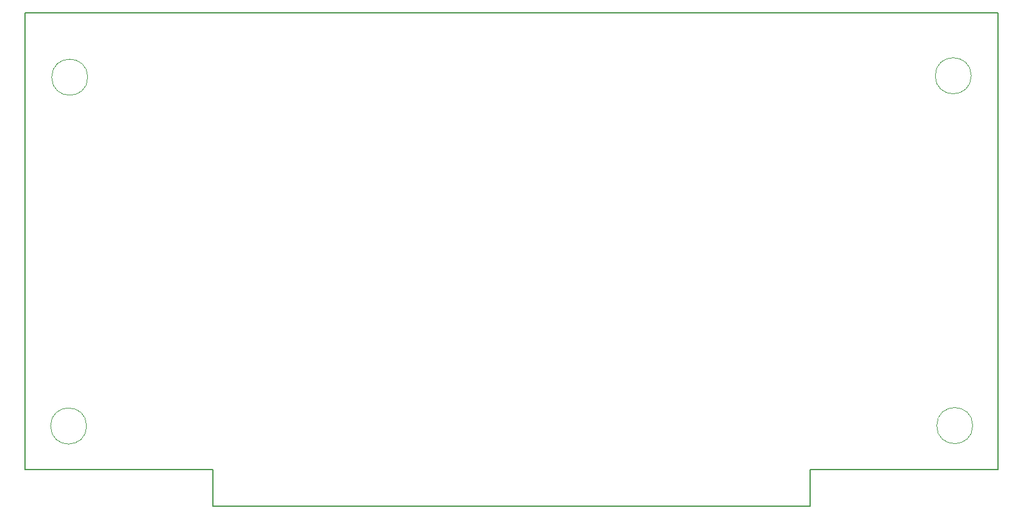
<source format=gbr>
%TF.GenerationSoftware,KiCad,Pcbnew,6.0.10+dfsg-1~bpo11+1*%
%TF.CreationDate,2023-02-17T11:39:41+00:00*%
%TF.ProjectId,mower_PowerDeviceCarrier,6d6f7765-725f-4506-9f77-657244657669,rev?*%
%TF.SameCoordinates,PX2b5aa20PY5837b10*%
%TF.FileFunction,Profile,NP*%
%FSLAX46Y46*%
G04 Gerber Fmt 4.6, Leading zero omitted, Abs format (unit mm)*
G04 Created by KiCad (PCBNEW 6.0.10+dfsg-1~bpo11+1) date 2023-02-17 11:39:41*
%MOMM*%
%LPD*%
G01*
G04 APERTURE LIST*
%TA.AperFunction,Profile*%
%ADD10C,0.150000*%
%TD*%
%TA.AperFunction,Profile*%
%ADD11C,0.050000*%
%TD*%
G04 APERTURE END LIST*
D10*
X160220000Y-114400000D02*
X160210000Y-51040000D01*
X134140000Y-114390000D02*
X160220000Y-114400000D01*
X51180000Y-114360000D02*
X51190000Y-119450000D01*
D11*
X33837600Y-59989108D02*
G75*
G03*
X33837600Y-59989108I-2500000J0D01*
G01*
X33685200Y-108352800D02*
G75*
G03*
X33685200Y-108352800I-2500000J0D01*
G01*
D10*
X51190000Y-119450000D02*
X134140000Y-119460000D01*
X25120000Y-114360000D02*
X51180000Y-114360000D01*
X134140000Y-114390000D02*
X134140000Y-119460000D01*
X25120000Y-51030000D02*
X160210000Y-51040000D01*
D11*
X156467108Y-59787600D02*
G75*
G03*
X156467108Y-59787600I-2500000J0D01*
G01*
D10*
X25120000Y-114360000D02*
X25120000Y-51030000D01*
D11*
X156672000Y-108301200D02*
G75*
G03*
X156672000Y-108301200I-2500000J0D01*
G01*
M02*

</source>
